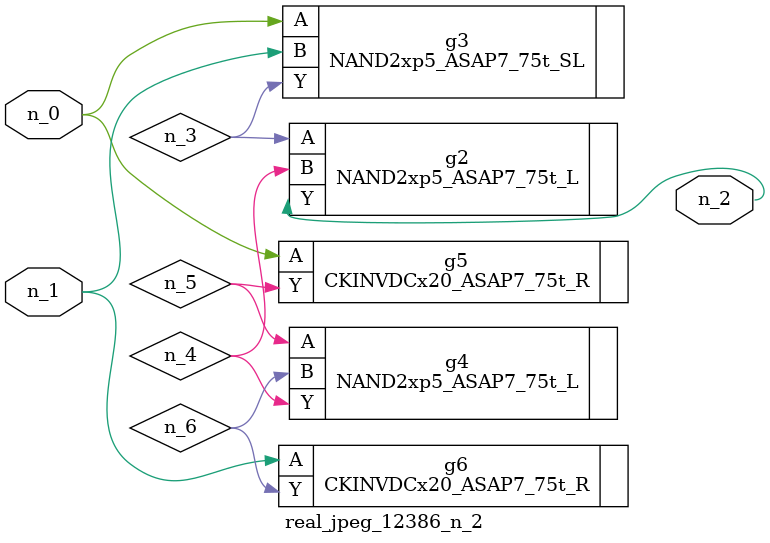
<source format=v>
module real_jpeg_12386_n_2 (n_1, n_0, n_2);

input n_1;
input n_0;

output n_2;

wire n_5;
wire n_4;
wire n_6;
wire n_3;

NAND2xp5_ASAP7_75t_SL g3 ( 
.A(n_0),
.B(n_1),
.Y(n_3)
);

CKINVDCx20_ASAP7_75t_R g5 ( 
.A(n_0),
.Y(n_5)
);

CKINVDCx20_ASAP7_75t_R g6 ( 
.A(n_1),
.Y(n_6)
);

NAND2xp5_ASAP7_75t_L g2 ( 
.A(n_3),
.B(n_4),
.Y(n_2)
);

NAND2xp5_ASAP7_75t_L g4 ( 
.A(n_5),
.B(n_6),
.Y(n_4)
);


endmodule
</source>
